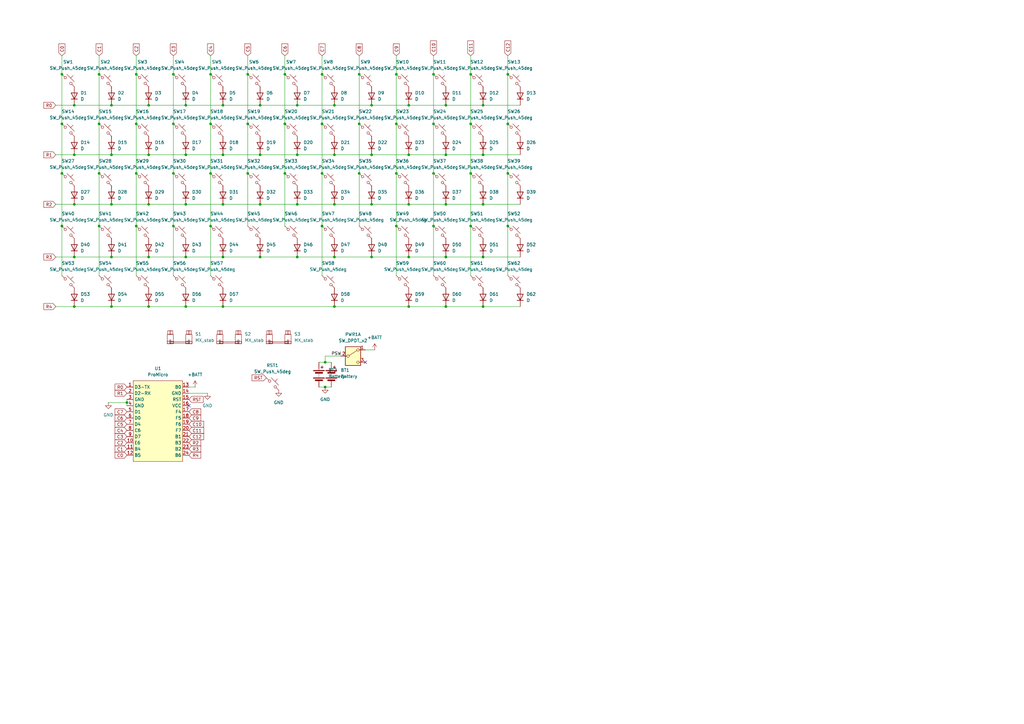
<source format=kicad_sch>
(kicad_sch (version 20231120) (generator "eeschema") (generator_version "8.0")
  (paper "A3")
  (junction (at 121.92 63.5))
  (junction (at 25.4 92.71))
  (junction (at 167.64 83.82))
  (junction (at 193.04 71.12))
  (junction (at 133.35 148.59))
  (junction (at 101.6 71.12))
  (junction (at 133.35 158.75))
  (junction (at 152.4 43.18))
  (junction (at 86.36 30.48))
  (junction (at 167.64 125.73))
  (junction (at 45.72 83.82))
  (junction (at 76.2 125.73))
  (junction (at 60.96 63.5))
  (junction (at 208.28 71.12))
  (junction (at 137.16 63.5))
  (junction (at 193.04 92.71))
  (junction (at 182.88 83.82))
  (junction (at 147.32 71.12))
  (junction (at 40.64 30.48))
  (junction (at 76.2 105.41))
  (junction (at 132.08 50.8))
  (junction (at 106.68 63.5))
  (junction (at 116.84 30.48))
  (junction (at 198.12 63.5))
  (junction (at 177.8 30.48))
  (junction (at 137.16 125.73))
  (junction (at 177.8 71.12))
  (junction (at 30.48 43.18))
  (junction (at 25.4 30.48))
  (junction (at 55.88 92.71))
  (junction (at 208.28 30.48))
  (junction (at 40.64 71.12))
  (junction (at 60.96 43.18))
  (junction (at 137.16 83.82))
  (junction (at 208.28 92.71))
  (junction (at 86.36 50.8))
  (junction (at 162.56 30.48))
  (junction (at 86.36 71.12))
  (junction (at 182.88 105.41))
  (junction (at 162.56 92.71))
  (junction (at 40.64 50.8))
  (junction (at 198.12 125.73))
  (junction (at 86.36 92.71))
  (junction (at 152.4 63.5))
  (junction (at 121.92 105.41))
  (junction (at 30.48 105.41))
  (junction (at 60.96 83.82))
  (junction (at 132.08 30.48))
  (junction (at 45.72 105.41))
  (junction (at 45.72 43.18))
  (junction (at 106.68 105.41))
  (junction (at 76.2 43.18))
  (junction (at 208.28 50.8))
  (junction (at 71.12 71.12))
  (junction (at 52.07 165.1))
  (junction (at 152.4 83.82))
  (junction (at 121.92 43.18))
  (junction (at 132.08 71.12))
  (junction (at 76.2 83.82))
  (junction (at 198.12 83.82))
  (junction (at 182.88 125.73))
  (junction (at 167.64 105.41))
  (junction (at 101.6 50.8))
  (junction (at 167.64 43.18))
  (junction (at 40.64 92.71))
  (junction (at 167.64 63.5))
  (junction (at 132.08 92.71))
  (junction (at 45.72 125.73))
  (junction (at 182.88 63.5))
  (junction (at 45.72 63.5))
  (junction (at 116.84 50.8))
  (junction (at 177.8 92.71))
  (junction (at 152.4 105.41))
  (junction (at 147.32 50.8))
  (junction (at 162.56 50.8))
  (junction (at 30.48 83.82))
  (junction (at 198.12 105.41))
  (junction (at 91.44 105.41))
  (junction (at 91.44 43.18))
  (junction (at 55.88 71.12))
  (junction (at 71.12 92.71))
  (junction (at 182.88 43.18))
  (junction (at 137.16 43.18))
  (junction (at 25.4 50.8))
  (junction (at 106.68 83.82))
  (junction (at 193.04 50.8))
  (junction (at 25.4 71.12))
  (junction (at 198.12 43.18))
  (junction (at 121.92 83.82))
  (junction (at 137.16 105.41))
  (junction (at 91.44 63.5))
  (junction (at 177.8 50.8))
  (junction (at 71.12 30.48))
  (junction (at 106.68 43.18))
  (junction (at 71.12 50.8))
  (junction (at 193.04 30.48))
  (junction (at 60.96 105.41))
  (junction (at 91.44 125.73))
  (junction (at 55.88 50.8))
  (junction (at 60.96 125.73))
  (junction (at 30.48 125.73))
  (junction (at 55.88 30.48))
  (junction (at 91.44 83.82))
  (junction (at 147.32 30.48))
  (junction (at 30.48 63.5))
  (junction (at 101.6 30.48))
  (junction (at 162.56 71.12))
  (junction (at 76.2 63.5))
  (junction (at 116.84 71.12))
  (no_connect (at 149.86 148.59))
  (no_connect (at 77.47 166.37))
  (wire (pts (xy 86.36 92.71) (xy 86.36 113.03)))
  (wire (pts (xy 25.4 30.48) (xy 25.4 50.8)))
  (wire (pts (xy 208.28 71.12) (xy 208.28 92.71)))
  (wire (pts (xy 121.92 63.5) (xy 137.16 63.5)))
  (wire (pts (xy 22.86 105.41) (xy 30.48 105.41)))
  (wire (pts (xy 147.32 22.86) (xy 147.32 30.48)))
  (wire (pts (xy 152.4 105.41) (xy 167.64 105.41)))
  (wire (pts (xy 52.07 165.1) (xy 52.07 166.37)))
  (wire (pts (xy 45.72 83.82) (xy 60.96 83.82)))
  (wire (pts (xy 137.16 83.82) (xy 152.4 83.82)))
  (wire (pts (xy 137.16 63.5) (xy 152.4 63.5)))
  (wire (pts (xy 76.2 63.5) (xy 91.44 63.5)))
  (wire (pts (xy 182.88 43.18) (xy 198.12 43.18)))
  (wire (pts (xy 167.64 105.41) (xy 182.88 105.41)))
  (wire (pts (xy 121.92 43.18) (xy 137.16 43.18)))
  (wire (pts (xy 101.6 30.48) (xy 101.6 50.8)))
  (wire (pts (xy 177.8 22.86) (xy 177.8 30.48)))
  (wire (pts (xy 71.12 30.48) (xy 71.12 50.8)))
  (wire (pts (xy 198.12 63.5) (xy 213.36 63.5)))
  (wire (pts (xy 55.88 22.86) (xy 55.88 30.48)))
  (wire (pts (xy 162.56 92.71) (xy 162.56 113.03)))
  (wire (pts (xy 91.44 63.5) (xy 106.68 63.5)))
  (wire (pts (xy 133.35 148.59) (xy 135.89 148.59)))
  (wire (pts (xy 40.64 92.71) (xy 40.64 113.03)))
  (wire (pts (xy 152.4 43.18) (xy 167.64 43.18)))
  (wire (pts (xy 162.56 71.12) (xy 162.56 92.71)))
  (wire (pts (xy 116.84 71.12) (xy 116.84 92.71)))
  (wire (pts (xy 167.64 125.73) (xy 182.88 125.73)))
  (wire (pts (xy 147.32 30.48) (xy 147.32 50.8)))
  (wire (pts (xy 132.08 92.71) (xy 132.08 113.03)))
  (wire (pts (xy 137.16 43.18) (xy 152.4 43.18)))
  (wire (pts (xy 198.12 125.73) (xy 213.36 125.73)))
  (wire (pts (xy 22.86 63.5) (xy 30.48 63.5)))
  (wire (pts (xy 130.81 158.75) (xy 133.35 158.75)))
  (wire (pts (xy 86.36 50.8) (xy 86.36 71.12)))
  (wire (pts (xy 55.88 71.12) (xy 55.88 92.71)))
  (wire (pts (xy 198.12 83.82) (xy 213.36 83.82)))
  (wire (pts (xy 91.44 125.73) (xy 137.16 125.73)))
  (wire (pts (xy 86.36 22.86) (xy 86.36 30.48)))
  (wire (pts (xy 60.96 105.41) (xy 76.2 105.41)))
  (wire (pts (xy 91.44 83.82) (xy 106.68 83.82)))
  (wire (pts (xy 193.04 71.12) (xy 193.04 92.71)))
  (wire (pts (xy 121.92 83.82) (xy 137.16 83.82)))
  (wire (pts (xy 106.68 83.82) (xy 121.92 83.82)))
  (wire (pts (xy 132.08 22.86) (xy 132.08 30.48)))
  (wire (pts (xy 182.88 125.73) (xy 198.12 125.73)))
  (wire (pts (xy 40.64 71.12) (xy 40.64 92.71)))
  (wire (pts (xy 177.8 50.8) (xy 177.8 71.12)))
  (wire (pts (xy 101.6 50.8) (xy 101.6 71.12)))
  (wire (pts (xy 45.72 63.5) (xy 60.96 63.5)))
  (wire (pts (xy 152.4 63.5) (xy 167.64 63.5)))
  (wire (pts (xy 30.48 125.73) (xy 45.72 125.73)))
  (wire (pts (xy 25.4 71.12) (xy 25.4 92.71)))
  (wire (pts (xy 182.88 83.82) (xy 198.12 83.82)))
  (wire (pts (xy 45.72 125.73) (xy 60.96 125.73)))
  (wire (pts (xy 167.64 43.18) (xy 182.88 43.18)))
  (wire (pts (xy 162.56 22.86) (xy 162.56 30.48)))
  (wire (pts (xy 76.2 125.73) (xy 91.44 125.73)))
  (wire (pts (xy 133.35 158.75) (xy 135.89 158.75)))
  (wire (pts (xy 22.86 83.82) (xy 30.48 83.82)))
  (wire (pts (xy 147.32 50.8) (xy 147.32 71.12)))
  (wire (pts (xy 132.08 50.8) (xy 132.08 71.12)))
  (wire (pts (xy 91.44 105.41) (xy 106.68 105.41)))
  (wire (pts (xy 133.35 146.05) (xy 133.35 148.59)))
  (wire (pts (xy 132.08 30.48) (xy 132.08 50.8)))
  (wire (pts (xy 76.2 105.41) (xy 91.44 105.41)))
  (wire (pts (xy 137.16 105.41) (xy 152.4 105.41)))
  (wire (pts (xy 116.84 50.8) (xy 116.84 71.12)))
  (wire (pts (xy 177.8 71.12) (xy 177.8 92.71)))
  (wire (pts (xy 77.47 158.75) (xy 80.01 158.75)))
  (wire (pts (xy 40.64 22.86) (xy 40.64 30.48)))
  (wire (pts (xy 30.48 83.82) (xy 45.72 83.82)))
  (wire (pts (xy 116.84 22.86) (xy 116.84 30.48)))
  (wire (pts (xy 76.2 43.18) (xy 91.44 43.18)))
  (wire (pts (xy 137.16 125.73) (xy 167.64 125.73)))
  (wire (pts (xy 182.88 105.41) (xy 198.12 105.41)))
  (wire (pts (xy 55.88 92.71) (xy 55.88 113.03)))
  (wire (pts (xy 162.56 50.8) (xy 162.56 71.12)))
  (wire (pts (xy 177.8 92.71) (xy 177.8 113.03)))
  (wire (pts (xy 116.84 30.48) (xy 116.84 50.8)))
  (wire (pts (xy 208.28 22.86) (xy 208.28 30.48)))
  (wire (pts (xy 91.44 43.18) (xy 106.68 43.18)))
  (wire (pts (xy 52.07 163.83) (xy 52.07 165.1)))
  (wire (pts (xy 208.28 92.71) (xy 208.28 113.03)))
  (wire (pts (xy 208.28 30.48) (xy 208.28 50.8)))
  (wire (pts (xy 130.81 148.59) (xy 133.35 148.59)))
  (wire (pts (xy 153.67 143.51) (xy 149.86 143.51)))
  (wire (pts (xy 77.47 161.29) (xy 85.09 161.29)))
  (wire (pts (xy 60.96 83.82) (xy 76.2 83.82)))
  (wire (pts (xy 40.64 50.8) (xy 40.64 71.12)))
  (wire (pts (xy 25.4 22.86) (xy 25.4 30.48)))
  (wire (pts (xy 177.8 30.48) (xy 177.8 50.8)))
  (wire (pts (xy 25.4 50.8) (xy 25.4 71.12)))
  (wire (pts (xy 71.12 92.71) (xy 71.12 113.03)))
  (wire (pts (xy 44.45 165.1) (xy 52.07 165.1)))
  (wire (pts (xy 106.68 63.5) (xy 121.92 63.5)))
  (wire (pts (xy 106.68 105.41) (xy 121.92 105.41)))
  (wire (pts (xy 86.36 30.48) (xy 86.36 50.8)))
  (wire (pts (xy 71.12 50.8) (xy 71.12 71.12)))
  (wire (pts (xy 167.64 83.82) (xy 182.88 83.82)))
  (wire (pts (xy 60.96 125.73) (xy 76.2 125.73)))
  (wire (pts (xy 193.04 30.48) (xy 193.04 50.8)))
  (wire (pts (xy 25.4 92.71) (xy 25.4 113.03)))
  (wire (pts (xy 182.88 63.5) (xy 198.12 63.5)))
  (wire (pts (xy 101.6 22.86) (xy 101.6 30.48)))
  (wire (pts (xy 45.72 43.18) (xy 60.96 43.18)))
  (wire (pts (xy 198.12 105.41) (xy 213.36 105.41)))
  (wire (pts (xy 162.56 30.48) (xy 162.56 50.8)))
  (wire (pts (xy 30.48 43.18) (xy 45.72 43.18)))
  (wire (pts (xy 55.88 50.8) (xy 55.88 71.12)))
  (wire (pts (xy 167.64 63.5) (xy 182.88 63.5)))
  (wire (pts (xy 147.32 71.12) (xy 147.32 92.71)))
  (wire (pts (xy 55.88 30.48) (xy 55.88 50.8)))
  (wire (pts (xy 208.28 50.8) (xy 208.28 71.12)))
  (wire (pts (xy 71.12 22.86) (xy 71.12 30.48)))
  (wire (pts (xy 106.68 43.18) (xy 121.92 43.18)))
  (wire (pts (xy 22.86 125.73) (xy 30.48 125.73)))
  (wire (pts (xy 86.36 71.12) (xy 86.36 92.71)))
  (wire (pts (xy 45.72 105.41) (xy 60.96 105.41)))
  (wire (pts (xy 132.08 71.12) (xy 132.08 92.71)))
  (wire (pts (xy 139.7 146.05) (xy 133.35 146.05)))
  (wire (pts (xy 40.64 30.48) (xy 40.64 50.8)))
  (wire (pts (xy 60.96 63.5) (xy 76.2 63.5)))
  (wire (pts (xy 71.12 71.12) (xy 71.12 92.71)))
  (wire (pts (xy 30.48 105.41) (xy 45.72 105.41)))
  (wire (pts (xy 60.96 43.18) (xy 76.2 43.18)))
  (wire (pts (xy 193.04 92.71) (xy 193.04 113.03)))
  (wire (pts (xy 193.04 50.8) (xy 193.04 71.12)))
  (wire (pts (xy 101.6 71.12) (xy 101.6 92.71)))
  (wire (pts (xy 193.04 22.86) (xy 193.04 30.48)))
  (wire (pts (xy 198.12 43.18) (xy 213.36 43.18)))
  (wire (pts (xy 121.92 105.41) (xy 137.16 105.41)))
  (wire (pts (xy 152.4 83.82) (xy 167.64 83.82)))
  (wire (pts (xy 30.48 63.5) (xy 45.72 63.5)))
  (wire (pts (xy 22.86 43.18) (xy 30.48 43.18)))
  (wire (pts (xy 76.2 83.82) (xy 91.44 83.82)))
  (label "PSW" (at 135.89 146.05 0))
  (global_label "R3" (shape input) (at 77.47 184.15 0) (property "Intersheetrefs" "${INTERSHEET_REFS}" (effects (hide yes))))
  (global_label "C8" (shape input) (at 77.47 168.91 0) (property "Intersheetrefs" "${INTERSHEET_REFS}" (effects (hide yes))))
  (global_label "R3" (shape input) (at 22.86 105.41 180) (property "Intersheetrefs" "${INTERSHEET_REFS}" (effects (hide yes))))
  (global_label "C12" (shape input) (at 77.47 179.07 0) (property "Intersheetrefs" "${INTERSHEET_REFS}" (effects (hide yes))))
  (global_label "R4" (shape input) (at 22.86 125.73 180) (property "Intersheetrefs" "${INTERSHEET_REFS}" (effects (hide yes))))
  (global_label "C5" (shape input) (at 52.07 173.99 180) (property "Intersheetrefs" "${INTERSHEET_REFS}" (effects (hide yes))))
  (global_label "R2" (shape input) (at 77.47 181.61 0) (property "Intersheetrefs" "${INTERSHEET_REFS}" (effects (hide yes))))
  (global_label "R0" (shape input) (at 22.86 43.18 180) (property "Intersheetrefs" "${INTERSHEET_REFS}" (effects (hide yes))))
  (global_label "C5" (shape input) (at 101.6 22.86 90) (property "Intersheetrefs" "${INTERSHEET_REFS}" (effects (hide yes))))
  (global_label "R1" (shape input) (at 22.86 63.5 180) (property "Intersheetrefs" "${INTERSHEET_REFS}" (effects (hide yes))))
  (global_label "C1" (shape input) (at 52.07 184.15 180) (property "Intersheetrefs" "${INTERSHEET_REFS}" (effects (hide yes))))
  (global_label "C12" (shape input) (at 208.28 22.86 90) (property "Intersheetrefs" "${INTERSHEET_REFS}" (effects (hide yes))))
  (global_label "C7" (shape input) (at 52.07 168.91 180) (property "Intersheetrefs" "${INTERSHEET_REFS}" (effects (hide yes))))
  (global_label "C1" (shape input) (at 40.64 22.86 90) (property "Intersheetrefs" "${INTERSHEET_REFS}" (effects (hide yes))))
  (global_label "C4" (shape input) (at 52.07 176.53 180) (property "Intersheetrefs" "${INTERSHEET_REFS}" (effects (hide yes))))
  (global_label "C8" (shape input) (at 147.32 22.86 90) (property "Intersheetrefs" "${INTERSHEET_REFS}" (effects (hide yes))))
  (global_label "R1" (shape input) (at 52.07 161.29 180) (property "Intersheetrefs" "${INTERSHEET_REFS}" (effects (hide yes))))
  (global_label "C0" (shape input) (at 25.4 22.86 90) (property "Intersheetrefs" "${INTERSHEET_REFS}" (effects (hide yes))))
  (global_label "C9" (shape input) (at 162.56 22.86 90) (property "Intersheetrefs" "${INTERSHEET_REFS}" (effects (hide yes))))
  (global_label "RST" (shape input) (at 77.47 163.83 0) (property "Intersheetrefs" "${INTERSHEET_REFS}" (effects (hide yes))))
  (global_label "C6" (shape input) (at 52.07 171.45 180) (property "Intersheetrefs" "${INTERSHEET_REFS}" (effects (hide yes))))
  (global_label "C9" (shape input) (at 77.47 171.45 0) (property "Intersheetrefs" "${INTERSHEET_REFS}" (effects (hide yes))))
  (global_label "R0" (shape input) (at 52.07 158.75 180) (property "Intersheetrefs" "${INTERSHEET_REFS}" (effects (hide yes))))
  (global_label "C2" (shape input) (at 52.07 181.61 180) (property "Intersheetrefs" "${INTERSHEET_REFS}" (effects (hide yes))))
  (global_label "RST" (shape input) (at 109.22 154.94 180) (property "Intersheetrefs" "${INTERSHEET_REFS}" (effects (hide yes))))
  (global_label "C0" (shape input) (at 52.07 186.69 180) (property "Intersheetrefs" "${INTERSHEET_REFS}" (effects (hide yes))))
  (global_label "C2" (shape input) (at 55.88 22.86 90) (property "Intersheetrefs" "${INTERSHEET_REFS}" (effects (hide yes))))
  (global_label "C10" (shape input) (at 77.47 173.99 0) (property "Intersheetrefs" "${INTERSHEET_REFS}" (effects (hide yes))))
  (global_label "R2" (shape input) (at 22.86 83.82 180) (property "Intersheetrefs" "${INTERSHEET_REFS}" (effects (hide yes))))
  (global_label "C6" (shape input) (at 116.84 22.86 90) (property "Intersheetrefs" "${INTERSHEET_REFS}" (effects (hide yes))))
  (global_label "C3" (shape input) (at 71.12 22.86 90) (property "Intersheetrefs" "${INTERSHEET_REFS}" (effects (hide yes))))
  (global_label "C7" (shape input) (at 132.08 22.86 90) (property "Intersheetrefs" "${INTERSHEET_REFS}" (effects (hide yes))))
  (global_label "C10" (shape input) (at 177.8 22.86 90) (property "Intersheetrefs" "${INTERSHEET_REFS}" (effects (hide yes))))
  (global_label "R4" (shape input) (at 77.47 186.69 0) (property "Intersheetrefs" "${INTERSHEET_REFS}" (effects (hide yes))))
  (global_label "C4" (shape input) (at 86.36 22.86 90) (property "Intersheetrefs" "${INTERSHEET_REFS}" (effects (hide yes))))
  (global_label "C3" (shape input) (at 52.07 179.07 180) (property "Intersheetrefs" "${INTERSHEET_REFS}" (effects (hide yes))))
  (global_label "C11" (shape input) (at 77.47 176.53 0) (property "Intersheetrefs" "${INTERSHEET_REFS}" (effects (hide yes))))
  (global_label "C11" (shape input) (at 193.04 22.86 90) (property "Intersheetrefs" "${INTERSHEET_REFS}" (effects (hide yes))))
  (symbol (lib_id "Switch:SW_Push_45deg") (at 134.62 53.34 0) (unit 1)
    (property "Reference" "SW21" (at 134.62 45.72 0))
    (property "Value" "SW_Push_45deg" (at 134.62 48.26 0))
    (property "Footprint" "GHN:MX 1U" (effects (hide yes)))
    (property "Description" "Push button switch, normally open, two pins, 45° tilted" (effects (hide yes)))
  )
  (symbol (lib_id "Switch:SW_Push_45deg") (at 104.14 73.66 0) (unit 1)
    (property "Reference" "SW32" (at 104.14 66.04 0))
    (property "Value" "SW_Push_45deg" (at 104.14 68.58 0))
    (property "Footprint" "GHN:MX 1U" (effects (hide yes)))
    (property "Description" "Push button switch, normally open, two pins, 45° tilted" (effects (hide yes)))
  )
  (symbol (lib_id "Switch:SW_Push_45deg") (at 180.34 95.25 0) (unit 1)
    (property "Reference" "SW50" (at 180.34 87.63 0))
    (property "Value" "SW_Push_45deg" (at 180.34 90.17 0))
    (property "Footprint" "GHN:MX 1U" (effects (hide yes)))
    (property "Description" "Push button switch, normally open, two pins, 45° tilted" (effects (hide yes)))
  )
  (symbol (lib_id "Switch:SW_Push_45deg") (at 88.9 73.66 0) (unit 1)
    (property "Reference" "SW31" (at 88.9 66.04 0))
    (property "Value" "SW_Push_45deg" (at 88.9 68.58 0))
    (property "Footprint" "GHN:MX 1U" (effects (hide yes)))
    (property "Description" "Push button switch, normally open, two pins, 45° tilted" (effects (hide yes)))
  )
  (symbol (lib_id "Device:D") (at 106.68 39.37 90) (unit 1)
    (property "Reference" "D6" (at 109.22 38.0999 90) (effects (justify right)))
    (property "Value" "D" (at 109.22 40.6399 90) (effects (justify right)))
    (property "Footprint" "GHN:Diode_SOD123_SMD" (effects (hide yes)))
    (property "Description" "Diode" (effects (hide yes)))
    (property "Sim.Device" "D" (effects (hide yes)))
    (property "Sim.Pins" "1=K 2=A" (effects (hide yes)))
  )
  (symbol (lib_id "power:GND") (at 114.3 160.02 0) (unit 1)
    (property "Reference" "#PWR03" (effects (hide yes)))
    (property "Value" "GND" (at 114.3 165.1 0))
    (property "Description" "Power symbol creates a global label with name \"GND\" , ground" (effects (hide yes)))
  )
  (symbol (lib_id "Device:D") (at 167.64 59.69 90) (unit 1)
    (property "Reference" "D23" (at 170.18 58.4199 90) (effects (justify right)))
    (property "Value" "D" (at 170.18 60.9599 90) (effects (justify right)))
    (property "Footprint" "GHN:Diode_SOD123_SMD" (effects (hide yes)))
    (property "Description" "Diode" (effects (hide yes)))
    (property "Sim.Device" "D" (effects (hide yes)))
    (property "Sim.Pins" "1=K 2=A" (effects (hide yes)))
  )
  (symbol (lib_id "Device:D") (at 76.2 101.6 90) (unit 1)
    (property "Reference" "D43" (at 78.74 100.3299 90) (effects (justify right)))
    (property "Value" "D" (at 78.74 102.8699 90) (effects (justify right)))
    (property "Footprint" "GHN:Diode_SOD123_SMD" (effects (hide yes)))
    (property "Description" "Diode" (effects (hide yes)))
    (property "Sim.Device" "D" (effects (hide yes)))
    (property "Sim.Pins" "1=K 2=A" (effects (hide yes)))
  )
  (symbol (lib_id "Switch:SW_Push_45deg") (at 111.76 157.48 0) (unit 1)
    (property "Reference" "RST1" (at 111.76 149.86 0))
    (property "Value" "SW_Push_45deg" (at 111.76 152.4 0))
    (property "Footprint" "ScottoKeebs_Components:Button_MJTP1250" (effects (hide yes)))
    (property "Description" "Push button switch, normally open, two pins, 45° tilted" (effects (hide yes)))
  )
  (symbol (lib_id "Device:D") (at 45.72 80.01 90) (unit 1)
    (property "Reference" "D28" (at 48.26 78.7399 90) (effects (justify right)))
    (property "Value" "D" (at 48.26 81.2799 90) (effects (justify right)))
    (property "Footprint" "GHN:Diode_SOD123_SMD" (effects (hide yes)))
    (property "Description" "Diode" (effects (hide yes)))
    (property "Sim.Device" "D" (effects (hide yes)))
    (property "Sim.Pins" "1=K 2=A" (effects (hide yes)))
  )
  (symbol (lib_id "Switch:SW_Push_45deg") (at 180.34 53.34 0) (unit 1)
    (property "Reference" "SW24" (at 180.34 45.72 0))
    (property "Value" "SW_Push_45deg" (at 180.34 48.26 0))
    (property "Footprint" "GHN:MX 1U" (effects (hide yes)))
    (property "Description" "Push button switch, normally open, two pins, 45° tilted" (effects (hide yes)))
  )
  (symbol (lib_id "Device:D") (at 30.48 101.6 90) (unit 1)
    (property "Reference" "D40" (at 33.02 100.3299 90) (effects (justify right)))
    (property "Value" "D" (at 33.02 102.8699 90) (effects (justify right)))
    (property "Footprint" "GHN:Diode_SOD123_SMD" (effects (hide yes)))
    (property "Description" "Diode" (effects (hide yes)))
    (property "Sim.Device" "D" (effects (hide yes)))
    (property "Sim.Pins" "1=K 2=A" (effects (hide yes)))
  )
  (symbol (lib_id "power:GND") (at 44.45 165.1 0) (unit 1)
    (property "Reference" "#PWR01" (effects (hide yes)))
    (property "Value" "GND" (at 44.45 170.18 0))
    (property "Description" "Power symbol creates a global label with name \"GND\" , ground" (effects (hide yes)))
  )
  (symbol (lib_id "Switch:SW_Push_45deg") (at 195.58 95.25 0) (unit 1)
    (property "Reference" "SW51" (at 195.58 87.63 0))
    (property "Value" "SW_Push_45deg" (at 195.58 90.17 0))
    (property "Footprint" "GHN:MX 1U" (effects (hide yes)))
    (property "Description" "Push button switch, normally open, two pins, 45° tilted" (effects (hide yes)))
  )
  (symbol (lib_id "Device:D") (at 213.36 121.92 90) (unit 1)
    (property "Reference" "D62" (at 215.9 120.6499 90) (effects (justify right)))
    (property "Value" "D" (at 215.9 123.1899 90) (effects (justify right)))
    (property "Footprint" "GHN:Diode_SOD123_SMD" (effects (hide yes)))
    (property "Description" "Diode" (effects (hide yes)))
    (property "Sim.Device" "D" (effects (hide yes)))
    (property "Sim.Pins" "1=K 2=A" (effects (hide yes)))
  )
  (symbol (lib_id "Device:D") (at 182.88 101.6 90) (unit 1)
    (property "Reference" "D50" (at 185.42 100.3299 90) (effects (justify right)))
    (property "Value" "D" (at 185.42 102.8699 90) (effects (justify right)))
    (property "Footprint" "GHN:Diode_SOD123_SMD" (effects (hide yes)))
    (property "Description" "Diode" (effects (hide yes)))
    (property "Sim.Device" "D" (effects (hide yes)))
    (property "Sim.Pins" "1=K 2=A" (effects (hide yes)))
  )
  (symbol (lib_id "Switch:SW_Push_45deg") (at 180.34 73.66 0) (unit 1)
    (property "Reference" "SW37" (at 180.34 66.04 0))
    (property "Value" "SW_Push_45deg" (at 180.34 68.58 0))
    (property "Footprint" "GHN:MX 1U" (effects (hide yes)))
    (property "Description" "Push button switch, normally open, two pins, 45° tilted" (effects (hide yes)))
  )
  (symbol (lib_id "Device:D") (at 167.64 80.01 90) (unit 1)
    (property "Reference" "D36" (at 170.18 78.7399 90) (effects (justify right)))
    (property "Value" "D" (at 170.18 81.2799 90) (effects (justify right)))
    (property "Footprint" "GHN:Diode_SOD123_SMD" (effects (hide yes)))
    (property "Description" "Diode" (effects (hide yes)))
    (property "Sim.Device" "D" (effects (hide yes)))
    (property "Sim.Pins" "1=K 2=A" (effects (hide yes)))
  )
  (symbol (lib_id "Device:D") (at 152.4 39.37 90) (unit 1)
    (property "Reference" "D9" (at 154.94 38.0999 90) (effects (justify right)))
    (property "Value" "D" (at 154.94 40.6399 90) (effects (justify right)))
    (property "Footprint" "GHN:Diode_SOD123_SMD" (effects (hide yes)))
    (property "Description" "Diode" (effects (hide yes)))
    (property "Sim.Device" "D" (effects (hide yes)))
    (property "Sim.Pins" "1=K 2=A" (effects (hide yes)))
  )
  (symbol (lib_id "power:GND") (at 133.35 158.75 0) (unit 1)
    (property "Reference" "#PWR05" (effects (hide yes)))
    (property "Value" "GND" (at 133.35 163.83 0))
    (property "Description" "Power symbol creates a global label with name \"GND\" , ground" (effects (hide yes)))
  )
  (symbol (lib_id "Switch:SW_Push_45deg") (at 119.38 53.34 0) (unit 1)
    (property "Reference" "SW20" (at 119.38 45.72 0))
    (property "Value" "SW_Push_45deg" (at 119.38 48.26 0))
    (property "Footprint" "GHN:MX 1U" (effects (hide yes)))
    (property "Description" "Push button switch, normally open, two pins, 45° tilted" (effects (hide yes)))
  )
  (symbol (lib_id "Device:D") (at 45.72 121.92 90) (unit 1)
    (property "Reference" "D54" (at 48.26 120.6499 90) (effects (justify right)))
    (property "Value" "D" (at 48.26 123.1899 90) (effects (justify right)))
    (property "Footprint" "GHN:Diode_SOD123_SMD" (effects (hide yes)))
    (property "Description" "Diode" (effects (hide yes)))
    (property "Sim.Device" "D" (effects (hide yes)))
    (property "Sim.Pins" "1=K 2=A" (effects (hide yes)))
  )
  (symbol (lib_id "Device:D") (at 152.4 101.6 90) (unit 1)
    (property "Reference" "D48" (at 154.94 100.3299 90) (effects (justify right)))
    (property "Value" "D" (at 154.94 102.8699 90) (effects (justify right)))
    (property "Footprint" "GHN:Diode_SOD123_SMD" (effects (hide yes)))
    (property "Description" "Diode" (effects (hide yes)))
    (property "Sim.Device" "D" (effects (hide yes)))
    (property "Sim.Pins" "1=K 2=A" (effects (hide yes)))
  )
  (symbol (lib_id "Device:D") (at 106.68 101.6 90) (unit 1)
    (property "Reference" "D45" (at 109.22 100.3299 90) (effects (justify right)))
    (property "Value" "D" (at 109.22 102.8699 90) (effects (justify right)))
    (property "Footprint" "GHN:Diode_SOD123_SMD" (effects (hide yes)))
    (property "Description" "Diode" (effects (hide yes)))
    (property "Sim.Device" "D" (effects (hide yes)))
    (property "Sim.Pins" "1=K 2=A" (effects (hide yes)))
  )
  (symbol (lib_id "Device:D") (at 91.44 101.6 90) (unit 1)
    (property "Reference" "D44" (at 93.98 100.3299 90) (effects (justify right)))
    (property "Value" "D" (at 93.98 102.8699 90) (effects (justify right)))
    (property "Footprint" "GHN:Diode_SOD123_SMD" (effects (hide yes)))
    (property "Description" "Diode" (effects (hide yes)))
    (property "Sim.Device" "D" (effects (hide yes)))
    (property "Sim.Pins" "1=K 2=A" (effects (hide yes)))
  )
  (symbol (lib_id "Switch:SW_Push_45deg") (at 165.1 95.25 0) (unit 1)
    (property "Reference" "SW49" (at 165.1 87.63 0))
    (property "Value" "SW_Push_45deg" (at 167.386 90.17 0))
    (property "Footprint" "GHN:MX 1U" (effects (hide yes)))
    (property "Description" "Push button switch, normally open, two pins, 45° tilted" (effects (hide yes)))
  )
  (symbol (lib_id "Switch:SW_Push_45deg") (at 195.58 33.02 0) (unit 1)
    (property "Reference" "SW12" (at 195.58 25.4 0))
    (property "Value" "SW_Push_45deg" (at 195.58 27.94 0))
    (property "Footprint" "GHN:MX 1U" (effects (hide yes)))
    (property "Description" "Push button switch, normally open, two pins, 45° tilted" (effects (hide yes)))
  )
  (symbol (lib_id "Switch:SW_Push_45deg") (at 119.38 33.02 0) (unit 1)
    (property "Reference" "SW7" (at 119.38 25.4 0))
    (property "Value" "SW_Push_45deg" (at 119.38 27.94 0))
    (property "Footprint" "GHN:MX 1U" (effects (hide yes)))
    (property "Description" "Push button switch, normally open, two pins, 45° tilted" (effects (hide yes)))
  )
  (symbol (lib_id "Device:D") (at 30.48 121.92 90) (unit 1)
    (property "Reference" "D53" (at 33.02 120.6499 90) (effects (justify right)))
    (property "Value" "D" (at 33.02 123.1899 90) (effects (justify right)))
    (property "Footprint" "GHN:Diode_SOD123_SMD" (effects (hide yes)))
    (property "Description" "Diode" (effects (hide yes)))
    (property "Sim.Device" "D" (effects (hide yes)))
    (property "Sim.Pins" "1=K 2=A" (effects (hide yes)))
  )
  (symbol (lib_id "Device:D") (at 60.96 39.37 90) (unit 1)
    (property "Reference" "D3" (at 63.5 38.0999 90) (effects (justify right)))
    (property "Value" "D" (at 63.5 40.6399 90) (effects (justify right)))
    (property "Footprint" "GHN:Diode_SOD123_SMD" (effects (hide yes)))
    (property "Description" "Diode" (effects (hide yes)))
    (property "Sim.Device" "D" (effects (hide yes)))
    (property "Sim.Pins" "1=K 2=A" (effects (hide yes)))
  )
  (symbol (lib_id "Device:D") (at 198.12 101.6 90) (unit 1)
    (property "Reference" "D51" (at 200.66 100.3299 90) (effects (justify right)))
    (property "Value" "D" (at 200.66 102.8699 90) (effects (justify right)))
    (property "Footprint" "GHN:Diode_SOD123_SMD" (effects (hide yes)))
    (property "Description" "Diode" (effects (hide yes)))
    (property "Sim.Device" "D" (effects (hide yes)))
    (property "Sim.Pins" "1=K 2=A" (effects (hide yes)))
  )
  (symbol (lib_id "Switch:SW_Push_45deg") (at 73.66 33.02 0) (unit 1)
    (property "Reference" "SW4" (at 73.66 25.4 0))
    (property "Value" "SW_Push_45deg" (at 73.66 27.94 0))
    (property "Footprint" "GHN:MX 1U" (effects (hide yes)))
    (property "Description" "Push button switch, normally open, two pins, 45° tilted" (effects (hide yes)))
  )
  (symbol (lib_id "Device:D") (at 137.16 39.37 90) (unit 1)
    (property "Reference" "D8" (at 139.7 38.0999 90) (effects (justify right)))
    (property "Value" "D" (at 139.7 40.6399 90) (effects (justify right)))
    (property "Footprint" "GHN:Diode_SOD123_SMD" (effects (hide yes)))
    (property "Description" "Diode" (effects (hide yes)))
    (property "Sim.Device" "D" (effects (hide yes)))
    (property "Sim.Pins" "1=K 2=A" (effects (hide yes)))
  )
  (symbol (lib_id "Switch:SW_DPDT_x2") (at 144.78 146.05 0) (unit 1)
    (property "Reference" "PWR1" (at 144.78 137.16 0))
    (property "Value" "SW_DPDT_x2" (at 144.78 139.7 0))
    (property "Footprint" "ScottoKeebs_Components:Switch_MSK12C02" (effects (hide yes)))
    (property "Description" "Switch, dual pole double throw, separate symbols" (effects (hide yes)))
  )
  (symbol (lib_id "Device:D") (at 45.72 59.69 90) (unit 1)
    (property "Reference" "D15" (at 48.26 58.4199 90) (effects (justify right)))
    (property "Value" "D" (at 48.26 60.9599 90) (effects (justify right)))
    (property "Footprint" "GHN:Diode_SOD123_SMD" (effects (hide yes)))
    (property "Description" "Diode" (effects (hide yes)))
    (property "Sim.Device" "D" (effects (hide yes)))
    (property "Sim.Pins" "1=K 2=A" (effects (hide yes)))
  )
  (symbol (lib_id "power:+BATT") (at 80.01 158.75 0) (unit 1)
    (property "Reference" "#PWR06" (effects (hide yes)))
    (property "Value" "+BATT" (at 80.01 153.67 0))
    (property "Description" "Power symbol creates a global label with name \"+BATT\"" (effects (hide yes)))
  )
  (symbol (lib_id "Device:D") (at 121.92 39.37 90) (unit 1)
    (property "Reference" "D7" (at 124.46 38.0999 90) (effects (justify right)))
    (property "Value" "D" (at 124.46 40.6399 90) (effects (justify right)))
    (property "Footprint" "GHN:Diode_SOD123_SMD" (effects (hide yes)))
    (property "Description" "Diode" (effects (hide yes)))
    (property "Sim.Device" "D" (effects (hide yes)))
    (property "Sim.Pins" "1=K 2=A" (effects (hide yes)))
  )
  (symbol (lib_id "Device:D") (at 137.16 59.69 90) (unit 1)
    (property "Reference" "D21" (at 139.7 58.4199 90) (effects (justify right)))
    (property "Value" "D" (at 139.7 60.9599 90) (effects (justify right)))
    (property "Footprint" "GHN:Diode_SOD123_SMD" (effects (hide yes)))
    (property "Description" "Diode" (effects (hide yes)))
    (property "Sim.Device" "D" (effects (hide yes)))
    (property "Sim.Pins" "1=K 2=A" (effects (hide yes)))
  )
  (symbol (lib_id "Device:D") (at 182.88 80.01 90) (unit 1)
    (property "Reference" "D37" (at 185.42 78.7399 90) (effects (justify right)))
    (property "Value" "D" (at 185.42 81.2799 90) (effects (justify right)))
    (property "Footprint" "GHN:Diode_SOD123_SMD" (effects (hide yes)))
    (property "Description" "Diode" (effects (hide yes)))
    (property "Sim.Device" "D" (effects (hide yes)))
    (property "Sim.Pins" "1=K 2=A" (effects (hide yes)))
  )
  (symbol (lib_id "Device:D") (at 198.12 39.37 90) (unit 1)
    (property "Reference" "D12" (at 200.66 38.0999 90) (effects (justify right)))
    (property "Value" "D" (at 200.66 40.6399 90) (effects (justify right)))
    (property "Footprint" "GHN:Diode_SOD123_SMD" (effects (hide yes)))
    (property "Description" "Diode" (effects (hide yes)))
    (property "Sim.Device" "D" (effects (hide yes)))
    (property "Sim.Pins" "1=K 2=A" (effects (hide yes)))
  )
  (symbol (lib_id "Device:D") (at 198.12 121.92 90) (unit 1)
    (property "Reference" "D61" (at 200.66 120.6499 90) (effects (justify right)))
    (property "Value" "D" (at 200.66 123.1899 90) (effects (justify right)))
    (property "Footprint" "GHN:Diode_SOD123_SMD" (effects (hide yes)))
    (property "Description" "Diode" (effects (hide yes)))
    (property "Sim.Device" "D" (effects (hide yes)))
    (property "Sim.Pins" "1=K 2=A" (effects (hide yes)))
  )
  (symbol (lib_id "Switch:SW_Push_45deg") (at 104.14 33.02 0) (unit 1)
    (property "Reference" "SW6" (at 104.14 25.4 0))
    (property "Value" "SW_Push_45deg" (at 104.14 27.94 0))
    (property "Footprint" "GHN:MX 1U" (effects (hide yes)))
    (property "Description" "Push button switch, normally open, two pins, 45° tilted" (effects (hide yes)))
  )
  (symbol (lib_id "Switch:SW_Push_45deg") (at 27.94 33.02 0) (unit 1)
    (property "Reference" "SW1" (at 27.94 25.4 0))
    (property "Value" "SW_Push_45deg" (at 27.94 27.94 0))
    (property "Footprint" "GHN:MX 1U" (effects (hide yes)))
    (property "Description" "Push button switch, normally open, two pins, 45° tilted" (effects (hide yes)))
  )
  (symbol (lib_id "Device:D") (at 76.2 80.01 90) (unit 1)
    (property "Reference" "D30" (at 78.74 78.7399 90) (effects (justify right)))
    (property "Value" "D" (at 78.74 81.2799 90) (effects (justify right)))
    (property "Footprint" "GHN:Diode_SOD123_SMD" (effects (hide yes)))
    (property "Description" "Diode" (effects (hide yes)))
    (property "Sim.Device" "D" (effects (hide yes)))
    (property "Sim.Pins" "1=K 2=A" (effects (hide yes)))
  )
  (symbol (lib_id "Device:D") (at 76.2 59.69 90) (unit 1)
    (property "Reference" "D17" (at 78.74 58.4199 90) (effects (justify right)))
    (property "Value" "D" (at 78.74 60.9599 90) (effects (justify right)))
    (property "Footprint" "GHN:Diode_SOD123_SMD" (effects (hide yes)))
    (property "Description" "Diode" (effects (hide yes)))
    (property "Sim.Device" "D" (effects (hide yes)))
    (property "Sim.Pins" "1=K 2=A" (effects (hide yes)))
  )
  (symbol (lib_id "Device:D") (at 91.44 59.69 90) (unit 1)
    (property "Reference" "D18" (at 93.98 58.4199 90) (effects (justify right)))
    (property "Value" "D" (at 93.98 60.9599 90) (effects (justify right)))
    (property "Footprint" "GHN:Diode_SOD123_SMD" (effects (hide yes)))
    (property "Description" "Diode" (effects (hide yes)))
    (property "Sim.Device" "D" (effects (hide yes)))
    (property "Sim.Pins" "1=K 2=A" (effects (hide yes)))
  )
  (symbol (lib_id "Device:D") (at 121.92 59.69 90) (unit 1)
    (property "Reference" "D20" (at 124.46 58.4199 90) (effects (justify right)))
    (property "Value" "D" (at 124.46 60.9599 90) (effects (justify right)))
    (property "Footprint" "GHN:Diode_SOD123_SMD" (effects (hide yes)))
    (property "Description" "Diode" (effects (hide yes)))
    (property "Sim.Device" "D" (effects (hide yes)))
    (property "Sim.Pins" "1=K 2=A" (effects (hide yes)))
  )
  (symbol (lib_id "Switch:SW_Push_45deg") (at 73.66 115.57 0) (unit 1)
    (property "Reference" "SW56" (at 73.66 107.95 0))
    (property "Value" "SW_Push_45deg" (at 73.66 110.49 0))
    (property "Footprint" "GHN:MX 1.25U" (effects (hide yes)))
    (property "Description" "Push button switch, normally open, two pins, 45° tilted" (effects (hide yes)))
  )
  (symbol (lib_id "Switch:SW_Push_45deg") (at 165.1 53.34 0) (unit 1)
    (property "Reference" "SW23" (at 165.1 45.72 0))
    (property "Value" "SW_Push_45deg" (at 165.1 48.26 0))
    (property "Footprint" "GHN:MX 1U" (effects (hide yes)))
    (property "Description" "Push button switch, normally open, two pins, 45° tilted" (effects (hide yes)))
  )
  (symbol (lib_id "Device:D") (at 137.16 101.6 90) (unit 1)
    (property "Reference" "D47" (at 139.7 100.3299 90) (effects (justify right)))
    (property "Value" "D" (at 139.7 102.8699 90) (effects (justify right)))
    (property "Footprint" "GHN:Diode_SOD123_SMD" (effects (hide yes)))
    (property "Description" "Diode" (effects (hide yes)))
    (property "Sim.Device" "D" (effects (hide yes)))
    (property "Sim.Pins" "1=K 2=A" (effects (hide yes)))
  )
  (symbol (lib_id "Device:D") (at 137.16 80.01 90) (unit 1)
    (property "Reference" "D34" (at 139.7 78.7399 90) (effects (justify right)))
    (property "Value" "D" (at 139.7 81.2799 90) (effects (justify right)))
    (property "Footprint" "GHN:Diode_SOD123_SMD" (effects (hide yes)))
    (property "Description" "Diode" (effects (hide yes)))
    (property "Sim.Device" "D" (effects (hide yes)))
    (property "Sim.Pins" "1=K 2=A" (effects (hide yes)))
  )
  (symbol (lib_id "Device:D") (at 121.92 80.01 90) (unit 1)
    (property "Reference" "D33" (at 124.46 78.7399 90) (effects (justify right)))
    (property "Value" "D" (at 124.46 81.2799 90) (effects (justify right)))
    (property "Footprint" "GHN:Diode_SOD123_SMD" (effects (hide yes)))
    (property "Description" "Diode" (effects (hide yes)))
    (property "Sim.Device" "D" (effects (hide yes)))
    (property "Sim.Pins" "1=K 2=A" (effects (hide yes)))
  )
  (symbol (lib_id "Switch:SW_Push_45deg") (at 149.86 33.02 0) (unit 1)
    (property "Reference" "SW9" (at 149.86 25.4 0))
    (property "Value" "SW_Push_45deg" (at 149.86 27.94 0))
    (property "Footprint" "GHN:MX 1U" (effects (hide yes)))
    (property "Description" "Push button switch, normally open, two pins, 45° tilted" (effects (hide yes)))
  )
  (symbol (lib_id "Switch:SW_Push_45deg") (at 149.86 53.34 0) (unit 1)
    (property "Reference" "SW22" (at 149.86 45.72 0))
    (property "Value" "SW_Push_45deg" (at 149.86 48.26 0))
    (property "Footprint" "GHN:MX 1U" (effects (hide yes)))
    (property "Description" "Push button switch, normally open, two pins, 45° tilted" (effects (hide yes)))
  )
  (symbol (lib_id "PCM_marbastlib-mx:MX_stab") (at 93.98 138.43 0) (unit 1)
    (property "Reference" "S2" (at 100.33 137.0329 0) (effects (justify left)))
    (property "Value" "MX_stab" (at 100.33 139.5729 0) (effects (justify left)))
    (property "Footprint" "PCM_marbastlib-mx:STAB_MX_2.25u" (effects (hide yes)))
    (property "Description" "Cherry MX-style stabilizer" (effects (hide yes)))
  )
  (symbol (lib_id "Device:Battery") (at 135.89 153.67 0) (unit 1)
    (property "Reference" "BT1" (at 139.7 151.8284 0) (effects (justify left)))
    (property "Value" "Battery" (at 139.7 154.3684 0) (effects (justify left)))
    (property "Footprint" "GHN:JST_PH" (effects (hide yes)))
    (property "Description" "Multiple-cell battery" (effects (hide yes)))
  )
  (symbol (lib_id "Device:D") (at 137.16 121.92 90) (unit 1)
    (property "Reference" "D58" (at 139.7 120.6499 90) (effects (justify right)))
    (property "Value" "D" (at 139.7 123.1899 90) (effects (justify right)))
    (property "Footprint" "GHN:Diode_SOD123_SMD" (effects (hide yes)))
    (property "Description" "Diode" (effects (hide yes)))
    (property "Sim.Device" "D" (effects (hide yes)))
    (property "Sim.Pins" "1=K 2=A" (effects (hide yes)))
  )
  (symbol (lib_id "Switch:SW_Push_45deg") (at 134.62 95.25 0) (unit 1)
    (property "Reference" "SW47" (at 134.62 87.63 0))
    (property "Value" "SW_Push_45deg" (at 134.62 90.17 0))
    (property "Footprint" "GHN:MX 1U" (effects (hide yes)))
    (property "Description" "Push button switch, normally open, two pins, 45° tilted" (effects (hide yes)))
  )
  (symbol (lib_id "Switch:SW_Push_45deg") (at 43.18 53.34 0) (unit 1)
    (property "Reference" "SW15" (at 43.18 45.72 0))
    (property "Value" "SW_Push_45deg" (at 43.18 48.26 0))
    (property "Footprint" "GHN:MX 1U" (effects (hide yes)))
    (property "Description" "Push button switch, normally open, two pins, 45° tilted" (effects (hide yes)))
  )
  (symbol (lib_id "Switch:SW_Push_45deg") (at 149.86 95.25 0) (unit 1)
    (property "Reference" "SW48" (at 149.86 87.63 0))
    (property "Value" "SW_Push_45deg" (at 149.86 90.17 0))
    (property "Footprint" "GHN:MX 1U" (effects (hide yes)))
    (property "Description" "Push button switch, normally open, two pins, 45° tilted" (effects (hide yes)))
  )
  (symbol (lib_id "Device:D") (at 213.36 39.37 90) (unit 1)
    (property "Reference" "D13" (at 215.9 38.0999 90) (effects (justify right)))
    (property "Value" "D" (at 215.9 40.6399 90) (effects (justify right)))
    (property "Footprint" "GHN:Diode_SOD123_SMD" (effects (hide yes)))
    (property "Description" "Diode" (effects (hide yes)))
    (property "Sim.Device" "D" (effects (hide yes)))
    (property "Sim.Pins" "1=K 2=A" (effects (hide yes)))
  )
  (symbol (lib_id "Switch:SW_Push_45deg") (at 27.94 73.66 0) (unit 1)
    (property "Reference" "SW27" (at 27.94 66.04 0))
    (property "Value" "SW_Push_45deg" (at 27.94 68.58 0))
    (property "Footprint" "GHN:MX 1U" (effects (hide yes)))
    (property "Description" "Push button switch, normally open, two pins, 45° tilted" (effects (hide yes)))
  )
  (symbol (lib_id "Switch:SW_Push_45deg") (at 27.94 115.57 0) (unit 1)
    (property "Reference" "SW53" (at 27.94 107.95 0))
    (property "Value" "SW_Push_45deg" (at 27.94 110.49 0))
    (property "Footprint" "GHN:MX 1U" (effects (hide yes)))
    (property "Description" "Push button switch, normally open, two pins, 45° tilted" (effects (hide yes)))
  )
  (symbol (lib_id "Switch:SW_Push_45deg") (at 210.82 73.66 0) (unit 1)
    (property "Reference" "SW39" (at 210.82 66.04 0))
    (property "Value" "SW_Push_45deg" (at 210.82 68.58 0))
    (property "Footprint" "GHN:MX 1U" (effects (hide yes)))
    (property "Description" "Push button switch, normally open, two pins, 45° tilted" (effects (hide yes)))
  )
  (symbol (lib_id "Device:D") (at 152.4 59.69 90) (unit 1)
    (property "Reference" "D22" (at 154.94 58.4199 90) (effects (justify right)))
    (property "Value" "D" (at 154.94 60.9599 90) (effects (justify right)))
    (property "Footprint" "GHN:Diode_SOD123_SMD" (effects (hide yes)))
    (property "Description" "Diode" (effects (hide yes)))
    (property "Sim.Device" "D" (effects (hide yes)))
    (property "Sim.Pins" "1=K 2=A" (effects (hide yes)))
  )
  (symbol (lib_id "Device:D") (at 121.92 101.6 90) (unit 1)
    (property "Reference" "D46" (at 124.46 100.3299 90) (effects (justify right)))
    (property "Value" "D" (at 124.46 102.8699 90) (effects (justify right)))
    (property "Footprint" "GHN:Diode_SOD123_SMD" (effects (hide yes)))
    (property "Description" "Diode" (effects (hide yes)))
    (property "Sim.Device" "D" (effects (hide yes)))
    (property "Sim.Pins" "1=K 2=A" (effects (hide yes)))
  )
  (symbol (lib_id "Device:D") (at 167.64 39.37 90) (unit 1)
    (property "Reference" "D10" (at 170.18 38.0999 90) (effects (justify right)))
    (property "Value" "D" (at 170.18 40.6399 90) (effects (justify right)))
    (property "Footprint" "GHN:Diode_SOD123_SMD" (effects (hide yes)))
    (property "Description" "Diode" (effects (hide yes)))
    (property "Sim.Device" "D" (effects (hide yes)))
    (property "Sim.Pins" "1=K 2=A" (effects (hide yes)))
  )
  (symbol (lib_id "Switch:SW_Push_45deg") (at 58.42 73.66 0) (unit 1)
    (property "Reference" "SW29" (at 58.42 66.04 0))
    (property "Value" "SW_Push_45deg" (at 58.42 68.58 0))
    (property "Footprint" "GHN:MX 1U" (effects (hide yes)))
    (property "Description" "Push button switch, normally open, two pins, 45° tilted" (effects (hide yes)))
  )
  (symbol (lib_id "Device:D") (at 106.68 59.69 90) (unit 1)
    (property "Reference" "D19" (at 109.22 58.4199 90) (effects (justify right)))
    (property "Value" "D" (at 109.22 60.9599 90) (effects (justify right)))
    (property "Footprint" "GHN:Diode_SOD123_SMD" (effects (hide yes)))
    (property "Description" "Diode" (effects (hide yes)))
    (property "Sim.Device" "D" (effects (hide yes)))
    (property "Sim.Pins" "1=K 2=A" (effects (hide yes)))
  )
  (symbol (lib_id "Switch:SW_Push_45deg") (at 43.18 33.02 0) (unit 1)
    (property "Reference" "SW2" (at 43.18 25.4 0))
    (property "Value" "SW_Push_45deg" (at 43.18 27.94 0))
    (property "Footprint" "GHN:MX 1U" (effects (hide yes)))
    (property "Description" "Push button switch, normally open, two pins, 45° tilted" (effects (hide yes)))
  )
  (symbol (lib_id "Switch:SW_Push_45deg") (at 134.62 33.02 0) (unit 1)
    (property "Reference" "SW8" (at 134.62 25.4 0))
    (property "Value" "SW_Push_45deg" (at 134.62 27.94 0))
    (property "Footprint" "GHN:MX 1U" (effects (hide yes)))
    (property "Description" "Push button switch, normally open, two pins, 45° tilted" (effects (hide yes)))
  )
  (symbol (lib_id "Device:D") (at 60.96 121.92 90) (unit 1)
    (property "Reference" "D55" (at 63.5 120.6499 90) (effects (justify right)))
    (property "Value" "D" (at 63.5 123.1899 90) (effects (justify right)))
    (property "Footprint" "GHN:Diode_SOD123_SMD" (effects (hide yes)))
    (property "Description" "Diode" (effects (hide yes)))
    (property "Sim.Device" "D" (effects (hide yes)))
    (property "Sim.Pins" "1=K 2=A" (effects (hide yes)))
  )
  (symbol (lib_id "Switch:SW_Push_45deg") (at 43.18 95.25 0) (unit 1)
    (property "Reference" "SW41" (at 43.18 87.63 0))
    (property "Value" "SW_Push_45deg" (at 43.18 90.17 0))
    (property "Footprint" "GHN:MX 2.25U" (effects (hide yes)))
    (property "Description" "Push button switch, normally open, two pins, 45° tilted" (effects (hide yes)))
  )
  (symbol (lib_id "Switch:SW_Push_45deg") (at 195.58 73.66 0) (unit 1)
    (property "Reference" "SW38" (at 195.58 66.04 0))
    (property "Value" "SW_Push_45deg" (at 195.58 68.58 0))
    (property "Footprint" "GHN:MX 1.75U" (effects (hide yes)))
    (property "Description" "Push button switch, normally open, two pins, 45° tilted" (effects (hide yes)))
  )
  (symbol (lib_id "Device:D") (at 45.72 39.37 90) (unit 1)
    (property "Reference" "D2" (at 48.26 38.0999 90) (effects (justify right)))
    (property "Value" "D" (at 48.26 40.6399 90) (effects (justify right)))
    (property "Footprint" "GHN:Diode_SOD123_SMD" (effects (hide yes)))
    (property "Description" "Diode" (effects (hide yes)))
    (property "Sim.Device" "D" (effects (hide yes)))
    (property "Sim.Pins" "1=K 2=A" (effects (hide yes)))
  )
  (symbol (lib_id "Switch:SW_Push_45deg") (at 195.58 115.57 0) (unit 1)
    (property "Reference" "SW61" (at 195.58 107.95 0))
    (property "Value" "SW_Push_45deg" (at 195.58 110.49 0))
    (property "Footprint" "GHN:MX 1U" (effects (hide yes)))
    (property "Description" "Push button switch, normally open, two pins, 45° tilted" (effects (hide yes)))
  )
  (symbol (lib_id "Switch:SW_Push_45deg") (at 180.34 33.02 0) (unit 1)
    (property "Reference" "SW11" (at 180.34 25.4 0))
    (property "Value" "SW_Push_45deg" (at 180.34 27.94 0))
    (property "Footprint" "GHN:MX 1U" (effects (hide yes)))
    (property "Description" "Push button switch, normally open, two pins, 45° tilted" (effects (hide yes)))
  )
  (symbol (lib_id "Device:D") (at 198.12 59.69 90) (unit 1)
    (property "Reference" "D25" (at 200.66 58.4199 90) (effects (justify right)))
    (property "Value" "D" (at 200.66 60.9599 90) (effects (justify right)))
    (property "Footprint" "GHN:Diode_SOD123_SMD" (effects (hide yes)))
    (property "Description" "Diode" (effects (hide yes)))
    (property "Sim.Device" "D" (effects (hide yes)))
    (property "Sim.Pins" "1=K 2=A" (effects (hide yes)))
  )
  (symbol (lib_id "Device:D") (at 91.44 80.01 90) (unit 1)
    (property "Reference" "D31" (at 93.98 78.7399 90) (effects (justify right)))
    (property "Value" "D" (at 93.98 81.2799 90) (effects (justify right)))
    (property "Footprint" "GHN:Diode_SOD123_SMD" (effects (hide yes)))
    (property "Description" "Diode" (effects (hide yes)))
    (property "Sim.Device" "D" (effects (hide yes)))
    (property "Sim.Pins" "1=K 2=A" (effects (hide yes)))
  )
  (symbol (lib_id "Device:D") (at 30.48 59.69 90) (unit 1)
    (property "Reference" "D14" (at 33.02 58.4199 90) (effects (justify right)))
    (property "Value" "D" (at 33.02 60.9599 90) (effects (justify right)))
    (property "Footprint" "GHN:Diode_SOD123_SMD" (effects (hide yes)))
    (property "Description" "Diode" (effects (hide yes)))
    (property "Sim.Device" "D" (effects (hide yes)))
    (property "Sim.Pins" "1=K 2=A" (effects (hide yes)))
  )
  (symbol (lib_id "Device:D") (at 167.64 101.6 90) (unit 1)
    (property "Reference" "D49" (at 170.18 100.3299 90) (effects (justify right)))
    (property "Value" "D" (at 170.18 102.8699 90) (effects (justify right)))
    (property "Footprint" "GHN:Diode_SOD123_SMD" (effects (hide yes)))
    (property "Description" "Diode" (effects (hide yes)))
    (property "Sim.Device" "D" (effects (hide yes)))
    (property "Sim.Pins" "1=K 2=A" (effects (hide yes)))
  )
  (symbol (lib_id "Device:Battery") (at 130.81 153.67 0) (unit 1)
    (property "Reference" "BT2" (at 134.62 151.8284 0) (effects (justify left)))
    (property "Value" "Battery" (at 134.62 154.3684 0) (effects (justify left)))
    (property "Footprint" "GHN:custombatteryconnector_small" (effects (hide yes)))
    (property "Description" "Multiple-cell battery" (effects (hide yes)))
  )
  (symbol (lib_id "PCM_marbastlib-mx:MX_stab") (at 73.66 138.43 0) (unit 1)
    (property "Reference" "S1" (at 80.01 137.0329 0) (effects (justify left)))
    (property "Value" "MX_stab" (at 80.01 139.5729 0) (effects (justify left)))
    (property "Footprint" "PCM_marbastlib-mx:STAB_MX_2.25u" (effects (hide yes)))
    (property "Description" "Cherry MX-style stabilizer" (effects (hide yes)))
  )
  (symbol (lib_id "Switch:SW_Push_45deg") (at 165.1 115.57 0) (unit 1)
    (property "Reference" "SW59" (at 165.1 107.95 0))
    (property "Value" "SW_Push_45deg" (at 165.1 110.49 0))
    (property "Footprint" "GHN:MX 1.25U" (effects (hide yes)))
    (property "Description" "Push button switch, normally open, two pins, 45° tilted" (effects (hide yes)))
  )
  (symbol (lib_id "Device:D") (at 76.2 39.37 90) (unit 1)
    (property "Reference" "D4" (at 78.74 38.0999 90) (effects (justify right)))
    (property "Value" "D" (at 78.74 40.6399 90) (effects (justify right)))
    (property "Footprint" "GHN:Diode_SOD123_SMD" (effects (hide yes)))
    (property "Description" "Diode" (effects (hide yes)))
    (property "Sim.Device" "D" (effects (hide yes)))
    (property "Sim.Pins" "1=K 2=A" (effects (hide yes)))
  )
  (symbol (lib_id "Switch:SW_Push_45deg") (at 119.38 73.66 0) (unit 1)
    (property "Reference" "SW33" (at 119.38 66.04 0))
    (property "Value" "SW_Push_45deg" (at 119.38 68.58 0))
    (property "Footprint" "GHN:MX 1U" (effects (hide yes)))
    (property "Description" "Push button switch, normally open, two pins, 45° tilted" (effects (hide yes)))
  )
  (symbol (lib_id "Switch:SW_Push_45deg") (at 149.86 73.66 0) (unit 1)
    (property "Reference" "SW35" (at 149.86 66.04 0))
    (property "Value" "SW_Push_45deg" (at 149.86 68.58 0))
    (property "Footprint" "GHN:MX 1U" (effects (hide yes)))
    (property "Description" "Push button switch, normally open, two pins, 45° tilted" (effects (hide yes)))
  )
  (symbol (lib_id "Switch:SW_Push_45deg") (at 134.62 115.57 0) (unit 1)
    (property "Reference" "SW58" (at 134.62 107.95 0))
    (property "Value" "SW_Push_45deg" (at 134.62 110.49 0))
    (property "Footprint" "GHN:MX 2.75U" (effects (hide yes)))
    (property "Description" "Push button switch, normally open, two pins, 45° tilted" (effects (hide yes)))
  )
  (symbol (lib_id "Switch:SW_Push_45deg") (at 58.42 53.34 0) (unit 1)
    (property "Reference" "SW16" (at 58.42 45.72 0))
    (property "Value" "SW_Push_45deg" (at 58.42 48.26 0))
    (property "Footprint" "GHN:MX 1U" (effects (hide yes)))
    (property "Description" "Push button switch, normally open, two pins, 45° tilted" (effects (hide yes)))
  )
  (symbol (lib_id "Switch:SW_Push_45deg") (at 27.94 95.25 0) (unit 1)
    (property "Reference" "SW40" (at 27.94 87.63 0))
    (property "Value" "SW_Push_45deg" (at 27.94 90.17 0))
    (property "Footprint" "GHN:MX 1U" (effects (hide yes)))
    (property "Description" "Push button switch, normally open, two pins, 45° tilted" (effects (hide yes)))
  )
  (symbol (lib_id "Switch:SW_Push_45deg") (at 58.42 33.02 0) (unit 1)
    (property "Reference" "SW3" (at 58.42 25.4 0))
    (property "Value" "SW_Push_45deg" (at 58.42 27.94 0))
    (property "Footprint" "GHN:MX 1U" (effects (hide yes)))
    (property "Description" "Push button switch, normally open, two pins, 45° tilted" (effects (hide yes)))
  )
  (symbol (lib_id "Switch:SW_Push_45deg") (at 165.1 73.66 0) (unit 1)
    (property "Reference" "SW36" (at 165.1 66.04 0))
    (property "Value" "SW_Push_45deg" (at 165.1 68.58 0))
    (property "Footprint" "GHN:MX 1U" (effects (hide yes)))
    (property "Description" "Push button switch, normally open, two pins, 45° tilted" (effects (hide yes)))
  )
  (symbol (lib_id "Switch:SW_Push_45deg") (at 27.94 53.34 0) (unit 1)
    (property "Reference" "SW14" (at 27.94 45.72 0))
    (property "Value" "SW_Push_45deg" (at 27.94 48.26 0))
    (property "Footprint" "GHN:MX 1.5U" (effects (hide yes)))
    (property "Description" "Push button switch, normally open, two pins, 45° tilted" (effects (hide yes)))
  )
  (symbol (lib_id "Device:D") (at 91.44 121.92 90) (unit 1)
    (property "Reference" "D57" (at 93.98 120.6499 90) (effects (justify right)))
    (property "Value" "D" (at 93.98 123.1899 90) (effects (justify right)))
    (property "Footprint" "GHN:Diode_SOD123_SMD" (effects (hide yes)))
    (property "Description" "Diode" (effects (hide yes)))
    (property "Sim.Device" "D" (effects (hide yes)))
    (property "Sim.Pins" "1=K 2=A" (effects (hide yes)))
  )
  (symbol (lib_id "Switch:SW_Push_45deg") (at 104.14 53.34 0) (unit 1)
    (property "Reference" "SW19" (at 104.14 45.72 0))
    (property "Value" "SW_Push_45deg" (at 104.14 48.26 0))
    (property "Footprint" "GHN:MX 1U" (effects (hide yes)))
    (property "Description" "Push button switch, normally open, two pins, 45° tilted" (effects (hide yes)))
  )
  (symbol (lib_id "Device:D") (at 106.68 80.01 90) (unit 1)
    (property "Reference" "D32" (at 109.22 78.7399 90) (effects (justify right)))
    (property "Value" "D" (at 109.22 81.2799 90) (effects (justify right)))
    (property "Footprint" "GHN:Diode_SOD123_SMD" (effects (hide yes)))
    (property "Description" "Diode" (effects (hide yes)))
    (property "Sim.Device" "D" (effects (hide yes)))
    (property "Sim.Pins" "1=K 2=A" (effects (hide yes)))
  )
  (symbol (lib_id "power:GND") (at 85.09 161.29 0) (unit 1)
    (property "Reference" "#PWR02" (effects (hide yes)))
    (property "Value" "GND" (at 85.09 166.37 0))
    (property "Description" "Power symbol creates a global label with name \"GND\" , ground" (effects (hide yes)))
  )
  (symbol (lib_id "Device:D") (at 30.48 80.01 90) (unit 1)
    (property "Reference" "D27" (at 33.02 78.7399 90) (effects (justify right)))
    (property "Value" "D" (at 33.02 81.2799 90) (effects (justify right)))
    (property "Footprint" "GHN:Diode_SOD123_SMD" (effects (hide yes)))
    (property "Description" "Diode" (effects (hide yes)))
    (property "Sim.Device" "D" (effects (hide yes)))
    (property "Sim.Pins" "1=K 2=A" (effects (hide yes)))
  )
  (symbol (lib_id "Device:D") (at 182.88 59.69 90) (unit 1)
    (property "Reference" "D24" (at 185.42 58.4199 90) (effects (justify right)))
    (property "Value" "D" (at 185.42 60.9599 90) (effects (justify right)))
    (property "Footprint" "GHN:Diode_SOD123_SMD" (effects (hide yes)))
    (property "Description" "Diode" (effects (hide yes)))
    (property "Sim.Device" "D" (effects (hide yes)))
    (property "Sim.Pins" "1=K 2=A" (effects (hide yes)))
  )
  (symbol (lib_id "Switch:SW_Push_45deg") (at 88.9 95.25 0) (unit 1)
    (property "Reference" "SW44" (at 88.9 87.63 0))
    (property "Value" "SW_Push_45deg" (at 88.9 90.17 0))
    (property "Footprint" "GHN:MX 1U" (effects (hide yes)))
    (property "Description" "Push button switch, normally open, two pins, 45° tilted" (effects (hide yes)))
  )
  (symbol (lib_id "Switch:SW_Push_45deg") (at 180.34 115.57 0) (unit 1)
    (property "Reference" "SW60" (at 180.34 107.95 0))
    (property "Value" "SW_Push_45deg" (at 180.34 110.49 0))
    (property "Footprint" "GHN:MX 1U" (effects (hide yes)))
    (property "Description" "Push button switch, normally open, two pins, 45° tilted" (effects (hide yes)))
  )
  (symbol (lib_id "Switch:SW_Push_45deg") (at 134.62 73.66 0) (unit 1)
    (property "Reference" "SW34" (at 134.62 66.04 0))
    (property "Value" "SW_Push_45deg" (at 134.62 68.58 0))
    (property "Footprint" "GHN:MX 1U" (effects (hide yes)))
    (property "Description" "Push button switch, normally open, two pins, 45° tilted" (effects (hide yes)))
  )
  (symbol (lib_id "Switch:SW_Push_45deg") (at 119.38 95.25 0) (unit 1)
    (property "Reference" "SW46" (at 119.38 87.63 0))
    (property "Value" "SW_Push_45deg" (at 119.38 90.17 0))
    (property "Footprint" "GHN:MX 1U" (effects (hide yes)))
    (property "Description" "Push button switch, normally open, two pins, 45° tilted" (effects (hide yes)))
  )
  (symbol (lib_id "Switch:SW_Push_45deg") (at 43.18 115.57 0) (unit 1)
    (property "Reference" "SW54" (at 43.18 107.95 0))
    (property "Value" "SW_Push_45deg" (at 43.18 110.49 0))
    (property "Footprint" "GHN:MX 1.5U" (effects (hide yes)))
    (property "Description" "Push button switch, normally open, two pins, 45° tilted" (effects (hide yes)))
  )
  (symbol (lib_id "Switch:SW_Push_45deg") (at 210.82 53.34 0) (unit 1)
    (property "Reference" "SW26" (at 210.82 45.72 0))
    (property "Value" "SW_Push_45deg" (at 210.82 48.26 0))
    (property "Footprint" "GHN:MX 1U" (effects (hide yes)))
    (property "Description" "Push button switch, normally open, two pins, 45° tilted" (effects (hide yes)))
  )
  (symbol (lib_id "Switch:SW_Push_45deg") (at 73.66 95.25 0) (unit 1)
    (property "Reference" "SW43" (at 73.66 87.63 0))
    (property "Value" "SW_Push_45deg" (at 73.66 90.17 0))
    (property "Footprint" "GHN:MX 1U" (effects (hide yes)))
    (property "Description" "Push button switch, normally open, two pins, 45° tilted" (effects (hide yes)))
  )
  (symbol (lib_id "Device:D") (at 213.36 101.6 90) (unit 1)
    (property "Reference" "D52" (at 215.9 100.3299 90) (effects (justify right)))
    (property "Value" "D" (at 215.9 102.8699 90) (effects (justify right)))
    (property "Footprint" "GHN:Diode_SOD123_SMD" (effects (hide yes)))
    (property "Description" "Diode" (effects (hide yes)))
    (property "Sim.Device" "D" (effects (hide yes)))
    (property "Sim.Pins" "1=K 2=A" (effects (hide yes)))
  )
  (symbol (lib_id "Switch:SW_Push_45deg") (at 58.42 115.57 0) (unit 1)
    (property "Reference" "SW55" (at 58.42 107.95 0))
    (property "Value" "SW_Push_45deg" (at 58.42 110.49 0))
    (property "Footprint" "GHN:MX 1U" (effects (hide yes)))
    (property "Description" "Push button switch, normally open, two pins, 45° tilted" (effects (hide yes)))
  )
  (symbol (lib_id "power:+BATT") (at 153.67 143.51 0) (unit 1)
    (property "Reference" "#PWR04" (effects (hide yes)))
    (property "Value" "+BATT" (at 153.67 138.43 0))
    (property "Description" "Power symbol creates a global label with name \"+BATT\"" (effects (hide yes)))
  )
  (symbol (lib_id "Switch:SW_Push_45deg") (at 165.1 33.02 0) (unit 1)
    (property "Reference" "SW10" (at 165.1 25.4 0))
    (property "Value" "SW_Push_45deg" (at 165.1 27.94 0))
    (property "Footprint" "GHN:MX 1U" (effects (hide yes)))
    (property "Description" "Push button switch, normally open, two pins, 45° tilted" (effects (hide yes)))
  )
  (symbol (lib_id "Device:D") (at 60.96 101.6 90) (unit 1)
    (property "Reference" "D42" (at 63.5 100.3299 90) (effects (justify right)))
    (property "Value" "D" (at 63.5 102.8699 90) (effects (justify right)))
    (property "Footprint" "GHN:Diode_SOD123_SMD" (effects (hide yes)))
    (property "Description" "Diode" (effects (hide yes)))
    (property "Sim.Device" "D" (effects (hide yes)))
    (property "Sim.Pins" "1=K 2=A" (effects (hide yes)))
  )
  (symbol (lib_id "Device:D") (at 182.88 39.37 90) (unit 1)
    (property "Reference" "D11" (at 185.42 38.0999 90) (effects (justify right)))
    (property "Value" "D" (at 185.42 40.6399 90) (effects (justify right)))
    (property "Footprint" "GHN:Diode_SOD123_SMD" (effects (hide yes)))
    (property "Description" "Diode" (effects (hide yes)))
    (property "Sim.Device" "D" (effects (hide yes)))
    (property "Sim.Pins" "1=K 2=A" (effects (hide yes)))
  )
  (symbol (lib_id "Device:D") (at 167.64 121.92 90) (unit 1)
    (property "Reference" "D59" (at 170.18 120.6499 90) (effects (justify right)))
    (property "Value" "D" (at 170.18 123.1899 90) (effects (justify right)))
    (property "Footprint" "GHN:Diode_SOD123_SMD" (effects (hide yes)))
    (property "Description" "Diode" (effects (hide yes)))
    (property "Sim.Device" "D" (effects (hide yes)))
    (property "Sim.Pins" "1=K 2=A" (effects (hide yes)))
  )
  (symbol (lib_id "Switch:SW_Push_45deg") (at 43.18 73.66 0) (unit 1)
    (property "Reference" "SW28" (at 43.18 66.04 0))
    (property "Value" "SW_Push_45deg" (at 43.18 68.58 0))
    (property "Footprint" "GHN:MX 1.75 STP 1.25" (effects (hide yes)))
    (property "Description" "Push button switch, normally open, two pins, 45° tilted" (effects (hide yes)))
  )
  (symbol (lib_id "Device:D") (at 60.96 80.01 90) (unit 1)
    (property "Reference" "D29" (at 63.5 78.7399 90) (effects (justify right)))
    (property "Value" "D" (at 63.5 81.2799 90) (effects (justify right)))
    (property "Footprint" "GHN:Diode_SOD123_SMD" (effects (hide yes)))
    (property "Description" "Diode" (effects (hide yes)))
    (property "Sim.Device" "D" (effects (hide yes)))
    (property "Sim.Pins" "1=K 2=A" (effects (hide yes)))
  )
  (symbol (lib_id "Device:D") (at 45.72 101.6 90) (unit 1)
    (property "Reference" "D41" (at 48.26 100.3299 90) (effects (justify right)))
    (property "Value" "D" (at 48.26 102.8699 90) (effects (justify right)))
    (property "Footprint" "GHN:Diode_SOD123_SMD" (effects (hide yes)))
    (property "Description" "Diode" (effects (hide yes)))
    (property "Sim.Device" "D" (effects (hide yes)))
    (property "Sim.Pins" "1=K 2=A" (effects (hide yes)))
  )
  (symbol (lib_id "PCM_marbastlib-promicroish:Arduino_ProMicro") (at 64.77 172.72 0) (unit 1) (in_bom no)
    (property "Reference" "U1" (at 64.77 151.13 0))
    (property "Value" "ProMicro" (at 64.77 153.67 0))
    (property "Footprint" "GHN:ProMicro Big Holes" (effects (hide yes)))
    (property "Description" "Symbol for an Arduino Pro Micro" (effects (hide yes)))
  )
  (symbol (lib_id "Switch:SW_Push_45deg") (at 88.9 33.02 0) (unit 1)
    (property "Reference" "SW5" (at 88.9 25.4 0))
    (property "Value" "SW_Push_45deg" (at 88.9 27.94 0))
    (property "Footprint" "GHN:MX 1U" (effects (hide yes)))
    (property "Description" "Push button switch, normally open, two pins, 45° tilted" (effects (hide yes)))
  )
  (symbol (lib_id "Switch:SW_Push_45deg") (at 210.82 95.25 0) (unit 1)
    (property "Reference" "SW52" (at 210.82 87.63 0))
    (property "Value" "SW_Push_45deg" (at 210.82 90.17 0))
    (property "Footprint" "GHN:MX 1U" (effects (hide yes)))
    (property "Description" "Push button switch, normally open, two pins, 45° tilted" (effects (hide yes)))
  )
  (symbol (lib_id "Device:D") (at 213.36 80.01 90) (unit 1)
    (property "Reference" "D39" (at 215.9 78.7399 90) (effects (justify right)))
    (property "Value" "D" (at 215.9 81.2799 90) (effects (justify right)))
    (property "Footprint" "GHN:Diode_SOD123_SMD" (effects (hide yes)))
    (property "Description" "Diode" (effects (hide yes)))
    (property "Sim.Device" "D" (effects (hide yes)))
    (property "Sim.Pins" "1=K 2=A" (effects (hide yes)))
  )
  (symbol (lib_id "Switch:SW_Push_45deg") (at 210.82 115.57 0) (unit 1)
    (property "Reference" "SW62" (at 210.82 107.95 0))
    (property "Value" "SW_Push_45deg" (at 210.82 110.49 0))
    (property "Footprint" "GHN:MX 1U" (effects (hide yes)))
    (property "Description" "Push button switch, normally open, two pins, 45° tilted" (effects (hide yes)))
  )
  (symbol (lib_id "Device:D") (at 213.36 59.69 90) (unit 1)
    (property "Reference" "D26" (at 215.9 58.4199 90) (effects (justify right)))
    (property "Value" "D" (at 215.9 60.9599 90) (effects (justify right)))
    (property "Footprint" "GHN:Diode_SOD123_SMD" (effects (hide yes)))
    (property "Description" "Diode" (effects (hide yes)))
    (property "Sim.Device" "D" (effects (hide yes)))
    (property "Sim.Pins" "1=K 2=A" (effects (hide yes)))
  )
  (symbol (lib_id "Device:D") (at 30.48 39.37 90) (unit 1)
    (property "Reference" "D1" (at 33.02 38.0999 90) (effects (justify right)))
    (property "Value" "D" (at 33.02 40.6399 90) (effects (justify right)))
    (property "Footprint" "GHN:Diode_SOD123_SMD" (effects (hide yes)))
    (property "Description" "Diode" (effects (hide yes)))
    (property "Sim.Device" "D" (effects (hide yes)))
    (property "Sim.Pins" "1=K 2=A" (effects (hide yes)))
  )
  (symbol (lib_id "Device:D") (at 60.96 59.69 90) (unit 1)
    (property "Reference" "D16" (at 63.5 58.4199 90) (effects (justify right)))
    (property "Value" "D" (at 63.5 60.9599 90) (effects (justify right)))
    (property "Footprint" "GHN:Diode_SOD123_SMD" (effects (hide yes)))
    (property "Description" "Diode" (effects (hide yes)))
    (property "Sim.Device" "D" (effects (hide yes)))
    (property "Sim.Pins" "1=K 2=A" (effects (hide yes)))
  )
  (symbol (lib_id "Switch:SW_Push_45deg") (at 195.58 53.34 0) (unit 1)
    (property "Reference" "SW25" (at 195.58 45.72 0))
    (property "Value" "SW_Push_45deg" (at 195.58 48.26 0))
    (property "Footprint" "GHN:MX 1U" (effects (hide yes)))
    (property "Description" "Push button switch, normally open, two pins, 45° tilted" (effects (hide yes)))
  )
  (symbol (lib_id "Device:D") (at 76.2 121.92 90) (unit 1)
    (property "Reference" "D56" (at 78.74 120.6499 90) (effects (justify right)))
    (property "Value" "D" (at 78.74 123.1899 90) (effects (justify right)))
    (property "Footprint" "GHN:Diode_SOD123_SMD" (effects (hide yes)))
    (property "Description" "Diode" (effects (hide yes)))
    (property "Sim.Device" "D" (effects (hide yes)))
    (property "Sim.Pins" "1=K 2=A" (effects (hide yes)))
  )
  (symbol (lib_id "PCM_marbastlib-mx:MX_stab") (at 114.3 138.43 0) (unit 1)
    (property "Reference" "S3" (at 120.65 137.0329 0) (effects (justify left)))
    (property "Value" "MX_stab" (at 120.65 139.5729 0) (effects (justify left)))
    (property "Footprint" "PCM_marbastlib-mx:STAB_MX_2.75u" (effects (hide yes)))
    (property "Description" "Cherry MX-style stabilizer" (effects (hide yes)))
  )
  (symbol (lib_id "Switch:SW_Push_45deg") (at 73.66 53.34 0) (unit 1)
    (property "Reference" "SW17" (at 73.66 45.72 0))
    (property "Value" "SW_Push_45deg" (at 73.66 48.26 0))
    (property "Footprint" "GHN:MX 1U" (effects (hide yes)))
    (property "Description" "Push button switch, normally open, two pins, 45° tilted" (effects (hide yes)))
  )
  (symbol (lib_id "Switch:SW_Push_45deg") (at 210.82 33.02 0) (unit 1)
    (property "Reference" "SW13" (at 210.82 25.4 0))
    (property "Value" "SW_Push_45deg" (at 210.82 27.94 0))
    (property "Footprint" "GHN:MX 1U" (effects (hide yes)))
    (property "Description" "Push button switch, normally open, two pins, 45° tilted" (effects (hide yes)))
  )
  (symbol (lib_id "Switch:SW_Push_45deg") (at 88.9 53.34 0) (unit 1)
    (property "Reference" "SW18" (at 88.9 45.72 0))
    (property "Value" "SW_Push_45deg" (at 88.9 48.26 0))
    (property "Footprint" "GHN:MX 1U" (effects (hide yes)))
    (property "Description" "Push button switch, normally open, two pins, 45° tilted" (effects (hide yes)))
  )
  (symbol (lib_id "Device:D") (at 198.12 80.01 90) (unit 1)
    (property "Reference" "D38" (at 200.66 78.7399 90) (effects (justify right)))
    (property "Value" "D" (at 200.66 81.2799 90) (effects (justify right)))
    (property "Footprint" "GHN:Diode_SOD123_SMD" (effects (hide yes)))
    (property "Description" "Diode" (effects (hide yes)))
    (property "Sim.Device" "D" (effects (hide yes)))
    (property "Sim.Pins" "1=K 2=A" (effects (hide yes)))
  )
  (symbol (lib_id "Switch:SW_Push_45deg") (at 88.9 115.57 0) (unit 1)
    (property "Reference" "SW57" (at 88.9 107.95 0))
    (property "Value" "SW_Push_45deg" (at 88.9 110.49 0))
    (property "Footprint" "GHN:MX 2.25U" (effects (hide yes)))
    (property "Description" "Push button switch, normally open, two pins, 45° tilted" (effects (hide yes)))
  )
  (symbol (lib_id "Device:D") (at 182.88 121.92 90) (unit 1)
    (property "Reference" "D60" (at 185.42 120.6499 90) (effects (justify right)))
    (property "Value" "D" (at 185.42 123.1899 90) (effects (justify right)))
    (property "Footprint" "GHN:Diode_SOD123_SMD" (effects (hide yes)))
    (property "Description" "Diode" (effects (hide yes)))
    (property "Sim.Device" "D" (effects (hide yes)))
    (property "Sim.Pins" "1=K 2=A" (effects (hide yes)))
  )
  (symbol (lib_id "Switch:SW_Push_45deg") (at 104.14 95.25 0) (unit 1)
    (property "Reference" "SW45" (at 104.14 87.63 0))
    (property "Value" "SW_Push_45deg" (at 104.14 90.17 0))
    (property "Footprint" "GHN:MX 1U" (effects (hide yes)))
    (property "Description" "Push button switch, normally open, two pins, 45° tilted" (effects (hide yes)))
  )
  (symbol (lib_id "Switch:SW_Push_45deg") (at 58.42 95.25 0) (unit 1)
    (property "Reference" "SW42" (at 58.42 87.63 0))
    (property "Value" "SW_Push_45deg" (at 58.42 90.17 0))
    (property "Footprint" "GHN:MX 1U" (effects (hide yes)))
    (property "Description" "Push button switch, normally open, two pins, 45° tilted" (effects (hide yes)))
  )
  (symbol (lib_id "Device:D") (at 152.4 80.01 90) (unit 1)
    (property "Reference" "D35" (at 154.94 78.7399 90) (effects (justify right)))
    (property "Value" "D" (at 154.94 81.2799 90) (effects (justify right)))
    (property "Footprint" "GHN:Diode_SOD123_SMD" (effects (hide yes)))
    (property "Description" "Diode" (effects (hide yes)))
    (property "Sim.Device" "D" (effects (hide yes)))
    (property "Sim.Pins" "1=K 2=A" (effects (hide yes)))
  )
  (symbol (lib_id "Switch:SW_Push_45deg") (at 73.66 73.66 0) (unit 1)
    (property "Reference" "SW30" (at 73.66 66.04 0))
    (property "Value" "SW_Push_45deg" (at 73.66 68.58 0))
    (property "Footprint" "GHN:MX 1U" (effects (hide yes)))
    (property "Description" "Push button switch, normally open, two pins, 45° tilted" (effects (hide yes)))
  )
  (symbol (lib_id "Device:D") (at 91.44 39.37 90) (unit 1)
    (property "Reference" "D5" (at 93.98 38.0999 90) (effects (justify right)))
    (property "Value" "D" (at 93.98 40.6399 90) (effects (justify right)))
    (property "Footprint" "GHN:Diode_SOD123_SMD" (effects (hide yes)))
    (property "Description" "Diode" (effects (hide yes)))
    (property "Sim.Device" "D" (effects (hide yes)))
    (property "Sim.Pins" "1=K 2=A" (effects (hide yes)))
  )
)
</source>
